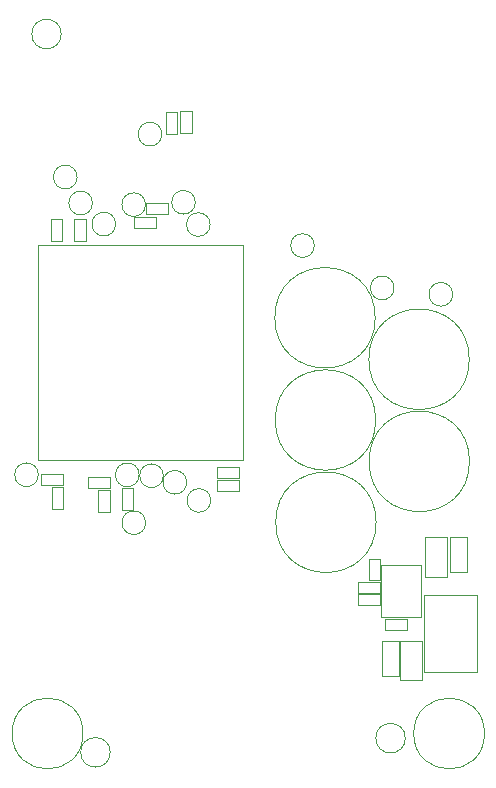
<source format=gbr>
G04 #@! TF.GenerationSoftware,KiCad,Pcbnew,(5.1.10)-1*
G04 #@! TF.CreationDate,2021-11-22T18:42:53+05:30*
G04 #@! TF.ProjectId,P-1000072_Cicada Wi-Fi,502d3130-3030-4303-9732-5f4369636164,0.1*
G04 #@! TF.SameCoordinates,PX7cee6c0PY3dfd240*
G04 #@! TF.FileFunction,Other,User*
%FSLAX46Y46*%
G04 Gerber Fmt 4.6, Leading zero omitted, Abs format (unit mm)*
G04 Created by KiCad (PCBNEW (5.1.10)-1) date 2021-11-22 18:42:53*
%MOMM*%
%LPD*%
G01*
G04 APERTURE LIST*
%ADD10C,0.050000*%
G04 APERTURE END LIST*
D10*
X-470000Y-33810000D02*
X-17820000Y-33810000D01*
X-470000Y-15610000D02*
X-470000Y-33810000D01*
X-17820000Y-15610000D02*
X-470000Y-15610000D01*
X-17820000Y-33810000D02*
X-17820000Y-15610000D01*
X10780400Y-30457140D02*
G75*
G03*
X10780400Y-30457140I-4250000J0D01*
G01*
X10739760Y-21798280D02*
G75*
G03*
X10739760Y-21798280I-4250000J0D01*
G01*
X-16710760Y-13461500D02*
X-15770760Y-13461500D01*
X-15770760Y-13461500D02*
X-15770760Y-15321500D01*
X-15770760Y-15321500D02*
X-16710760Y-15321500D01*
X-16710760Y-15321500D02*
X-16710760Y-13461500D01*
X-14721940Y-13426220D02*
X-13781940Y-13426220D01*
X-13781940Y-13426220D02*
X-13781940Y-15286220D01*
X-13781940Y-15286220D02*
X-14721940Y-15286220D01*
X-14721940Y-15286220D02*
X-14721940Y-13426220D01*
X-10688420Y-36202120D02*
X-9748420Y-36202120D01*
X-9748420Y-36202120D02*
X-9748420Y-38062120D01*
X-9748420Y-38062120D02*
X-10688420Y-38062120D01*
X-10688420Y-38062120D02*
X-10688420Y-36202120D01*
X-8684480Y-12077600D02*
X-6824480Y-12077600D01*
X-8684480Y-13017600D02*
X-8684480Y-12077600D01*
X-6824480Y-13017600D02*
X-8684480Y-13017600D01*
X-6824480Y-12077600D02*
X-6824480Y-13017600D01*
X-15651380Y-36159220D02*
X-15651380Y-38019220D01*
X-16591380Y-36159220D02*
X-15651380Y-36159220D01*
X-16591380Y-38019220D02*
X-16591380Y-36159220D01*
X-15651380Y-38019220D02*
X-16591380Y-38019220D01*
X-12695020Y-38283380D02*
X-12695020Y-36423380D01*
X-11755020Y-38283380D02*
X-12695020Y-38283380D01*
X-11755020Y-36423380D02*
X-11755020Y-38283380D01*
X-12695020Y-36423380D02*
X-11755020Y-36423380D01*
X-7794760Y-14180920D02*
X-9654760Y-14180920D01*
X-7794760Y-13240920D02*
X-7794760Y-14180920D01*
X-9654760Y-13240920D02*
X-7794760Y-13240920D01*
X-9654760Y-14180920D02*
X-9654760Y-13240920D01*
X-2675120Y-35498940D02*
X-815120Y-35498940D01*
X-2675120Y-36438940D02*
X-2675120Y-35498940D01*
X-815120Y-36438940D02*
X-2675120Y-36438940D01*
X-815120Y-35498940D02*
X-815120Y-36438940D01*
X-2675120Y-34427060D02*
X-815120Y-34427060D01*
X-2675120Y-35367060D02*
X-2675120Y-34427060D01*
X-815120Y-35367060D02*
X-2675120Y-35367060D01*
X-815120Y-34427060D02*
X-815120Y-35367060D01*
X-15671300Y-35976660D02*
X-17531300Y-35976660D01*
X-15671300Y-35036660D02*
X-15671300Y-35976660D01*
X-17531300Y-35036660D02*
X-15671300Y-35036660D01*
X-17531300Y-35976660D02*
X-17531300Y-35036660D01*
X-11739380Y-36217960D02*
X-13599380Y-36217960D01*
X-11739380Y-35277960D02*
X-11739380Y-36217960D01*
X-13599380Y-35277960D02*
X-11739380Y-35277960D01*
X-13599380Y-36217960D02*
X-13599380Y-35277960D01*
X12333480Y-19273520D02*
G75*
G03*
X12333480Y-19273520I-1000000J0D01*
G01*
X18702540Y-25318720D02*
G75*
G03*
X18702540Y-25318720I-4250000J0D01*
G01*
X18722860Y-33962340D02*
G75*
G03*
X18722860Y-33962340I-4250000J0D01*
G01*
X19351820Y-51751380D02*
X19351820Y-45251380D01*
X14851820Y-51751380D02*
X19351820Y-51751380D01*
X14851820Y-45251380D02*
X14851820Y-51751380D01*
X19351820Y-45251380D02*
X14851820Y-45251380D01*
X-11237720Y-13873480D02*
G75*
G03*
X-11237720Y-13873480I-1000000J0D01*
G01*
X-13196060Y-12082780D02*
G75*
G03*
X-13196060Y-12082780I-1000000J0D01*
G01*
X-3239260Y-13906500D02*
G75*
G03*
X-3239260Y-13906500I-1000000J0D01*
G01*
X-4491480Y-12024360D02*
G75*
G03*
X-4491480Y-12024360I-1000000J0D01*
G01*
X-7326120Y-6253480D02*
G75*
G03*
X-7326120Y-6253480I-1000000J0D01*
G01*
X-8707880Y-12222480D02*
G75*
G03*
X-8707880Y-12222480I-1000000J0D01*
G01*
X-14499080Y-9888220D02*
G75*
G03*
X-14499080Y-9888220I-1000000J0D01*
G01*
X-3185920Y-37266880D02*
G75*
G03*
X-3185920Y-37266880I-1000000J0D01*
G01*
X-8697720Y-39151560D02*
G75*
G03*
X-8697720Y-39151560I-1000000J0D01*
G01*
X-5223000Y-35727640D02*
G75*
G03*
X-5223000Y-35727640I-1000000J0D01*
G01*
X-7199120Y-35179000D02*
G75*
G03*
X-7199120Y-35179000I-1000000J0D01*
G01*
X-9251440Y-35100260D02*
G75*
G03*
X-9251440Y-35100260I-1000000J0D01*
G01*
X-17783300Y-35095180D02*
G75*
G03*
X-17783300Y-35095180I-1000000J0D01*
G01*
X5587240Y-15687040D02*
G75*
G03*
X5587240Y-15687040I-1000000J0D01*
G01*
X17299180Y-19817080D02*
G75*
G03*
X17299180Y-19817080I-1000000J0D01*
G01*
X14626020Y-42756880D02*
X14626020Y-47096880D01*
X14626020Y-42756880D02*
X11226020Y-42756880D01*
X11226020Y-47096880D02*
X14626020Y-47096880D01*
X11226020Y-47096880D02*
X11226020Y-42756880D01*
X11125300Y-42183820D02*
X11125300Y-44043820D01*
X10185300Y-42183820D02*
X11125300Y-42183820D01*
X10185300Y-44043820D02*
X10185300Y-42183820D01*
X11125300Y-44043820D02*
X10185300Y-44043820D01*
X11112860Y-45095260D02*
X9252860Y-45095260D01*
X11112860Y-44155260D02*
X11112860Y-45095260D01*
X9252860Y-44155260D02*
X11112860Y-44155260D01*
X9252860Y-45095260D02*
X9252860Y-44155260D01*
X13396460Y-48262640D02*
X11536460Y-48262640D01*
X13396460Y-47322640D02*
X13396460Y-48262640D01*
X11536460Y-47322640D02*
X13396460Y-47322640D01*
X11536460Y-48262640D02*
X11536460Y-47322640D01*
X10815840Y-39116000D02*
G75*
G03*
X10815840Y-39116000I-4250000J0D01*
G01*
X14732040Y-49130400D02*
X14732040Y-52490400D01*
X12832040Y-49130400D02*
X14732040Y-49130400D01*
X12832040Y-52490400D02*
X12832040Y-49130400D01*
X14732040Y-52490400D02*
X12832040Y-52490400D01*
X12741660Y-49144640D02*
X12741660Y-52104640D01*
X11281660Y-49144640D02*
X12741660Y-49144640D01*
X11281660Y-52104640D02*
X11281660Y-49144640D01*
X12741660Y-52104640D02*
X11281660Y-52104640D01*
X11123160Y-46149360D02*
X9263160Y-46149360D01*
X11123160Y-45209360D02*
X11123160Y-46149360D01*
X9263160Y-45209360D02*
X11123160Y-45209360D01*
X9263160Y-46149360D02*
X9263160Y-45209360D01*
X14945320Y-43714700D02*
X14945320Y-40354700D01*
X16845320Y-43714700D02*
X14945320Y-43714700D01*
X16845320Y-40354700D02*
X16845320Y-43714700D01*
X14945320Y-40354700D02*
X16845320Y-40354700D01*
X17090640Y-43318880D02*
X17090640Y-40358880D01*
X18550640Y-43318880D02*
X17090640Y-43318880D01*
X18550640Y-40358880D02*
X18550640Y-43318880D01*
X17090640Y-40358880D02*
X18550640Y-40358880D01*
X-14000000Y-57000000D02*
G75*
G03*
X-14000000Y-57000000I-3000000J0D01*
G01*
X13290000Y-57390000D02*
G75*
G03*
X13290000Y-57390000I-1250000J0D01*
G01*
X-11698920Y-58592720D02*
G75*
G03*
X-11698920Y-58592720I-1250000J0D01*
G01*
X-15840000Y2220000D02*
G75*
G03*
X-15840000Y2220000I-1250000J0D01*
G01*
X20000000Y-57000000D02*
G75*
G03*
X20000000Y-57000000I-3000000J0D01*
G01*
X-6007000Y-6203040D02*
X-6947000Y-6203040D01*
X-6947000Y-6203040D02*
X-6947000Y-4343040D01*
X-6947000Y-4343040D02*
X-6007000Y-4343040D01*
X-6007000Y-4343040D02*
X-6007000Y-6203040D01*
X-4808120Y-6190480D02*
X-5748120Y-6190480D01*
X-5748120Y-6190480D02*
X-5748120Y-4330480D01*
X-5748120Y-4330480D02*
X-4808120Y-4330480D01*
X-4808120Y-4330480D02*
X-4808120Y-6190480D01*
M02*

</source>
